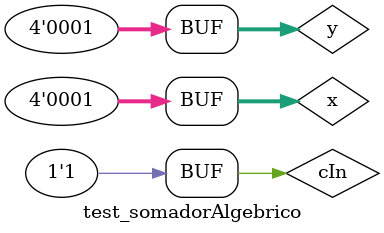
<source format=v>


  module halfAdder (output saida, output carryOut, input entrada1, input entrada2); 

		xor XOR1 (saida, entrada1, entrada2);
      and AND1 (carryOut, entrada1, entrada2);
       
	 endmodule // halfAdder
	 
// -------------------------------------------------------------------------------------------------	 
	 
  module fullAdder (output saida, output carryOut, input entrada1, input entrada2, input carryIn); 

		wire [2:0]s; 

      halfAdder HA1 (s[0], s[1], entrada1, entrada2);
		halfAdder HA2 (saida, s[2], s[0], carryIn);
		
		or OR1 (carryOut, s[1], s[2]);	 
	     
	 endmodule // fullAdder 
	 
// -------------------------------------------------------------------------------------------------	 

  module somadorAlgebrico (output [3:0]saida, output carryOut, input [3:0]entrada1, input [3:0]entrada2, input carryIn); 
     
      wire [3:0]s;
		wire [3:0]s1;
		wire x;
		
	  xor XOR1 ( s[0], entrada2[0], carryIn);
	  xor XOR2 ( s[1], entrada2[1], carryIn);
	  xor XOR3 ( s[2], entrada2[2], carryIn);
	  xor XOR4 ( s[3], entrada2[3], carryIn);
			
	  fullAdder FA1 (saida[0], s1[0], entrada1[0], s[0], ~1);
	  fullAdder FA2 (saida[1], s1[1], entrada1[1], s[1], s1[0]);
	  fullAdder FA3 (saida[2], s1[2], entrada1[2], s[2], s1[1]);
	  fullAdder FA4 (saida[3], s1[3], entrada1[3], s[3], s1[2]);
	  xor XOR1 (carryOut, carryIn, s1[3]);
	  
    endmodule // somadorAlgebrico 

// ------------------------- 
// -- test Somador Algebrico
// -------------------------
    
	  module test_somadorAlgebrico; 

// ------------------------- definir dados 
    
	 reg  [3:0] x;
	 reg  [3:0] y;
	 reg  cIn;
	 wire [3:0] s;
	 wire cOut;

// ------------------------- instancia 
	 
     somadorAlgebrico modulo (s, cOut, x, y, cIn);
	  
// ------------------------- parte principal 

    initial begin 
    $display("Exemplo0034 - Lucas Siqueira Chagas - 380783"); 
    $display("Test ALU Somador Algebrico \n");
	 $display("soma=carryIn=0; subtração=carryIn=1 \n");
	 $display("x  y  -1 ----> carryIn = carryOut  saida \n");

     #1 x = 4'b0001; y = 4'b0010; cIn = 0;
	 $monitor("%4b  %4b ----> %b = %b %4b ", x, y, cIn, cOut, s);
	  #1 x = 4'b0001; y = 4'b0010; cIn = 1;
		
	  #1 x = 4'b1010; y = 4'b1100; cIn = 0;
	  #1 x = 4'b1010; y = 4'b1100; cIn = 1;
		
     #1 x = 4'b1110; y = 4'b0110; cIn = 0;
	  #1 x = 4'b1110; y = 4'b0110; cIn = 1;
		 
     #1 x = 4'b0001; y = 4'b0001; cIn = 0;
	  #1 x = 4'b0001; y = 4'b0001; cIn = 1;
		
      end 
   endmodule // test_somadorAlgebrico 
</source>
